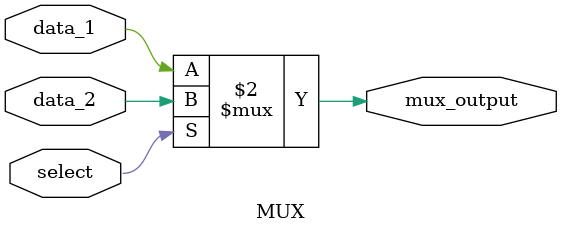
<source format=v>
`timescale 1ns / 1ps


module MUX(
    input wire data_1,
    input wire data_2,
    input wire select,
    output wire mux_output
    );
    assign mux_output = (select==0) ? data_1 : data_2 ;
endmodule

</source>
